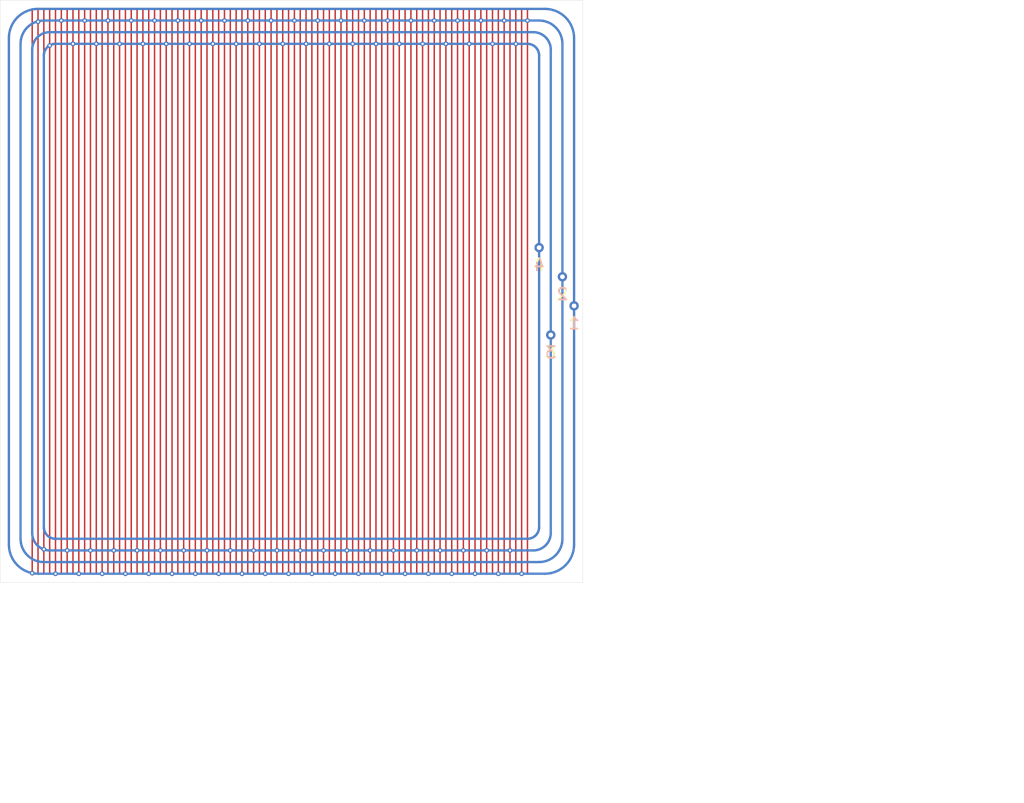
<source format=kicad_pcb>
(kicad_pcb (version 20171130) (host pcbnew "(5.1.9)-1")

  (general
    (thickness 1.6)
    (drawings 13)
    (tracks 461)
    (zones 0)
    (modules 0)
    (nets 1)
  )

  (page A4)
  (layers
    (0 F.Cu signal)
    (31 B.Cu signal)
    (32 B.Adhes user)
    (33 F.Adhes user)
    (34 B.Paste user)
    (35 F.Paste user)
    (36 B.SilkS user)
    (37 F.SilkS user)
    (38 B.Mask user)
    (39 F.Mask user)
    (40 Dwgs.User user)
    (41 Cmts.User user)
    (42 Eco1.User user)
    (43 Eco2.User user)
    (44 Edge.Cuts user)
    (45 Margin user)
    (46 B.CrtYd user)
    (47 F.CrtYd user)
    (48 B.Fab user)
    (49 F.Fab user)
  )

  (setup
    (last_trace_width 0.25)
    (user_trace_width 0.4)
    (trace_clearance 0.2)
    (zone_clearance 0.508)
    (zone_45_only no)
    (trace_min 0.2)
    (via_size 0.8)
    (via_drill 0.4)
    (via_min_size 0.4)
    (via_min_drill 0.3)
    (user_via 1.6 0.8)
    (uvia_size 0.3)
    (uvia_drill 0.1)
    (uvias_allowed no)
    (uvia_min_size 0.2)
    (uvia_min_drill 0.1)
    (edge_width 0.05)
    (segment_width 0.2)
    (pcb_text_width 0.3)
    (pcb_text_size 1.5 1.5)
    (mod_edge_width 0.12)
    (mod_text_size 1 1)
    (mod_text_width 0.15)
    (pad_size 1.524 1.524)
    (pad_drill 0.762)
    (pad_to_mask_clearance 0)
    (aux_axis_origin 0 0)
    (visible_elements FFFFFF7F)
    (pcbplotparams
      (layerselection 0x010fc_ffffffff)
      (usegerberextensions false)
      (usegerberattributes true)
      (usegerberadvancedattributes true)
      (creategerberjobfile true)
      (excludeedgelayer true)
      (linewidth 0.100000)
      (plotframeref false)
      (viasonmask false)
      (mode 1)
      (useauxorigin false)
      (hpglpennumber 1)
      (hpglpenspeed 20)
      (hpglpendiameter 15.000000)
      (psnegative false)
      (psa4output false)
      (plotreference true)
      (plotvalue true)
      (plotinvisibletext false)
      (padsonsilk false)
      (subtractmaskfromsilk false)
      (outputformat 1)
      (mirror false)
      (drillshape 1)
      (scaleselection 1)
      (outputdirectory ""))
  )

  (net 0 "")

  (net_class Default "This is the default net class."
    (clearance 0.2)
    (trace_width 0.25)
    (via_dia 0.8)
    (via_drill 0.4)
    (uvia_dia 0.3)
    (uvia_drill 0.1)
  )

  (gr_text 4 (at 180 98) (layer B.SilkS) (tstamp 60751810)
    (effects (font (size 2 2) (thickness 0.3)) (justify mirror))
  )
  (gr_text 3 (at 182 113) (layer B.SilkS) (tstamp 60751810)
    (effects (font (size 2 2) (thickness 0.3)) (justify mirror))
  )
  (gr_text 2 (at 184 103) (layer B.SilkS) (tstamp 6075180D)
    (effects (font (size 2 2) (thickness 0.3)) (justify mirror))
  )
  (gr_text 4 (at 180 98) (layer F.SilkS) (tstamp 607517F1)
    (effects (font (size 2 2) (thickness 0.3)))
  )
  (gr_text 2 (at 184 103) (layer F.SilkS) (tstamp 607517F1)
    (effects (font (size 2 2) (thickness 0.3)))
  )
  (gr_text 3 (at 182 113) (layer F.SilkS) (tstamp 607517F1)
    (effects (font (size 2 2) (thickness 0.3)))
  )
  (gr_text 1 (at 186 108) (layer B.SilkS) (tstamp 607517F1)
    (effects (font (size 2 2) (thickness 0.3)) (justify mirror))
  )
  (gr_text 1 (at 186 108) (layer F.SilkS)
    (effects (font (size 2 2) (thickness 0.3)))
  )
  (gr_text "FINAL 2 layer Test Board: 100x100, 86 electrodes, .4 drill/.8 drill vias, .25 electrodes / .4 power" (at 225 189.5) (layer Dwgs.User)
    (effects (font (size 1 1) (thickness 0.15)))
  )
  (gr_line (start 87.5 52.5) (end 187.5 52.5) (layer Edge.Cuts) (width 0.05) (tstamp 607505D6))
  (gr_line (start 187.5 52.5) (end 187.5 152.5) (layer Edge.Cuts) (width 0.05))
  (gr_line (start 87.5 152.5) (end 187.5 152.5) (layer Edge.Cuts) (width 0.05))
  (gr_line (start 87.5 52.5) (end 87.5 152.5) (layer Edge.Cuts) (width 0.05))

  (segment (start 95 62) (end 95.00963 61.803965) (width 0.4) (layer B.Cu) (net 0))
  (segment (start 95.00963 61.803965) (end 95.038429 61.609819) (width 0.4) (layer B.Cu) (net 0))
  (segment (start 95.038429 61.609819) (end 95.086119 61.41943) (width 0.4) (layer B.Cu) (net 0))
  (segment (start 95.086119 61.41943) (end 95.15224 61.234633) (width 0.4) (layer B.Cu) (net 0))
  (segment (start 95.15224 61.234633) (end 95.236157 61.057206) (width 0.4) (layer B.Cu) (net 0))
  (segment (start 95.236157 61.057206) (end 95.33706 60.888859) (width 0.4) (layer B.Cu) (net 0))
  (segment (start 95.33706 60.888859) (end 95.453979 60.731213) (width 0.4) (layer B.Cu) (net 0))
  (segment (start 95.453979 60.731213) (end 95.585786 60.585786) (width 0.4) (layer B.Cu) (net 0))
  (segment (start 95.585786 60.585786) (end 95.731213 60.453979) (width 0.4) (layer B.Cu) (net 0))
  (segment (start 95.731213 60.453979) (end 95.888859 60.33706) (width 0.4) (layer B.Cu) (net 0))
  (segment (start 95.888859 60.33706) (end 96.057206 60.236157) (width 0.4) (layer B.Cu) (net 0))
  (segment (start 96.057206 60.236157) (end 96.234633 60.15224) (width 0.4) (layer B.Cu) (net 0))
  (segment (start 96.234633 60.15224) (end 96.41943 60.086119) (width 0.4) (layer B.Cu) (net 0))
  (segment (start 96.41943 60.086119) (end 96.609819 60.038429) (width 0.4) (layer B.Cu) (net 0))
  (segment (start 96.609819 60.038429) (end 96.803965 60.00963) (width 0.4) (layer B.Cu) (net 0))
  (segment (start 96.803965 60.00963) (end 97 60) (width 0.4) (layer B.Cu) (net 0))
  (segment (start 93 61) (end 93.014445 60.705948) (width 0.4) (layer B.Cu) (net 0))
  (segment (start 93.014445 60.705948) (end 93.057644 60.414729) (width 0.4) (layer B.Cu) (net 0))
  (segment (start 93.057644 60.414729) (end 93.129178 60.129145) (width 0.4) (layer B.Cu) (net 0))
  (segment (start 93.129178 60.129145) (end 93.228361 59.851949) (width 0.4) (layer B.Cu) (net 0))
  (segment (start 93.228361 59.851949) (end 93.354236 59.585809) (width 0.4) (layer B.Cu) (net 0))
  (segment (start 93.354236 59.585809) (end 93.505591 59.333289) (width 0.4) (layer B.Cu) (net 0))
  (segment (start 93.505591 59.333289) (end 93.680968 59.09682) (width 0.4) (layer B.Cu) (net 0))
  (segment (start 93.680968 59.09682) (end 93.878679 58.878679) (width 0.4) (layer B.Cu) (net 0))
  (segment (start 93.878679 58.878679) (end 94.09682 58.680968) (width 0.4) (layer B.Cu) (net 0))
  (segment (start 94.09682 58.680968) (end 94.333289 58.505591) (width 0.4) (layer B.Cu) (net 0))
  (segment (start 94.333289 58.505591) (end 94.585809 58.354236) (width 0.4) (layer B.Cu) (net 0))
  (segment (start 94.585809 58.354236) (end 94.851949 58.228361) (width 0.4) (layer B.Cu) (net 0))
  (segment (start 94.851949 58.228361) (end 95.129145 58.129178) (width 0.4) (layer B.Cu) (net 0))
  (segment (start 95.129145 58.129178) (end 95.414729 58.057644) (width 0.4) (layer B.Cu) (net 0))
  (segment (start 95.414729 58.057644) (end 95.705948 58.014445) (width 0.4) (layer B.Cu) (net 0))
  (segment (start 95.705948 58.014445) (end 96 58) (width 0.4) (layer B.Cu) (net 0))
  (segment (start 91 60) (end 91.019261 59.607931) (width 0.4) (layer B.Cu) (net 0))
  (segment (start 91.019261 59.607931) (end 91.076858 59.219638) (width 0.4) (layer B.Cu) (net 0))
  (segment (start 91.076858 59.219638) (end 91.172238 58.838861) (width 0.4) (layer B.Cu) (net 0))
  (segment (start 91.172238 58.838861) (end 91.304481 58.469266) (width 0.4) (layer B.Cu) (net 0))
  (segment (start 91.304481 58.469266) (end 91.472314 58.114413) (width 0.4) (layer B.Cu) (net 0))
  (segment (start 91.472314 58.114413) (end 91.674121 57.777719) (width 0.4) (layer B.Cu) (net 0))
  (segment (start 91.674121 57.777719) (end 91.907958 57.462426) (width 0.4) (layer B.Cu) (net 0))
  (segment (start 91.907958 57.462426) (end 92.171572 57.171572) (width 0.4) (layer B.Cu) (net 0))
  (segment (start 92.171572 57.171572) (end 92.462426 56.907958) (width 0.4) (layer B.Cu) (net 0))
  (segment (start 92.462426 56.907958) (end 92.777719 56.674121) (width 0.4) (layer B.Cu) (net 0))
  (segment (start 92.777719 56.674121) (end 93.114413 56.472314) (width 0.4) (layer B.Cu) (net 0))
  (segment (start 93.114413 56.472314) (end 93.469266 56.304481) (width 0.4) (layer B.Cu) (net 0))
  (segment (start 93.469266 56.304481) (end 93.838861 56.172238) (width 0.4) (layer B.Cu) (net 0))
  (segment (start 93.838861 56.172238) (end 94.219638 56.076858) (width 0.4) (layer B.Cu) (net 0))
  (segment (start 94.219638 56.076858) (end 94.607931 56.019261) (width 0.4) (layer B.Cu) (net 0))
  (segment (start 94.607931 56.019261) (end 95 56) (width 0.4) (layer B.Cu) (net 0))
  (segment (start 89 59) (end 89.024076 58.509914) (width 0.4) (layer B.Cu) (net 0))
  (segment (start 89.024076 58.509914) (end 89.096073 58.024548) (width 0.4) (layer B.Cu) (net 0))
  (segment (start 89.096073 58.024548) (end 89.215298 57.548576) (width 0.4) (layer B.Cu) (net 0))
  (segment (start 89.215298 57.548576) (end 89.380602 57.086582) (width 0.4) (layer B.Cu) (net 0))
  (segment (start 89.380602 57.086582) (end 89.590393 56.643016) (width 0.4) (layer B.Cu) (net 0))
  (segment (start 89.590393 56.643016) (end 89.842651 56.222148) (width 0.4) (layer B.Cu) (net 0))
  (segment (start 89.842651 56.222148) (end 90.134947 55.828033) (width 0.4) (layer B.Cu) (net 0))
  (segment (start 90.134947 55.828033) (end 90.464466 55.464466) (width 0.4) (layer B.Cu) (net 0))
  (segment (start 90.464466 55.464466) (end 90.828033 55.134947) (width 0.4) (layer B.Cu) (net 0))
  (segment (start 90.828033 55.134947) (end 91.222148 54.842651) (width 0.4) (layer B.Cu) (net 0))
  (segment (start 91.222148 54.842651) (end 91.643016 54.590393) (width 0.4) (layer B.Cu) (net 0))
  (segment (start 91.643016 54.590393) (end 92.086582 54.380602) (width 0.4) (layer B.Cu) (net 0))
  (segment (start 92.086582 54.380602) (end 92.548576 54.215298) (width 0.4) (layer B.Cu) (net 0))
  (segment (start 92.548576 54.215298) (end 93.024548 54.096073) (width 0.4) (layer B.Cu) (net 0))
  (segment (start 93.024548 54.096073) (end 93.509914 54.024076) (width 0.4) (layer B.Cu) (net 0))
  (segment (start 93.509914 54.024076) (end 94 54) (width 0.4) (layer B.Cu) (net 0))
  (segment (start 97 145) (end 96.803965 144.990369) (width 0.4) (layer B.Cu) (net 0))
  (segment (start 96.803965 144.990369) (end 96.609819 144.96157) (width 0.4) (layer B.Cu) (net 0))
  (segment (start 96.609819 144.96157) (end 96.41943 144.91388) (width 0.4) (layer B.Cu) (net 0))
  (segment (start 96.41943 144.91388) (end 96.234633 144.847759) (width 0.4) (layer B.Cu) (net 0))
  (segment (start 96.234633 144.847759) (end 96.057206 144.763842) (width 0.4) (layer B.Cu) (net 0))
  (segment (start 96.057206 144.763842) (end 95.888859 144.662939) (width 0.4) (layer B.Cu) (net 0))
  (segment (start 95.888859 144.662939) (end 95.731213 144.54602) (width 0.4) (layer B.Cu) (net 0))
  (segment (start 95.731213 144.54602) (end 95.585786 144.414213) (width 0.4) (layer B.Cu) (net 0))
  (segment (start 95.585786 144.414213) (end 95.453979 144.268786) (width 0.4) (layer B.Cu) (net 0))
  (segment (start 95.453979 144.268786) (end 95.33706 144.11114) (width 0.4) (layer B.Cu) (net 0))
  (segment (start 95.33706 144.11114) (end 95.236157 143.942793) (width 0.4) (layer B.Cu) (net 0))
  (segment (start 95.236157 143.942793) (end 95.15224 143.765366) (width 0.4) (layer B.Cu) (net 0))
  (segment (start 95.15224 143.765366) (end 95.086119 143.580569) (width 0.4) (layer B.Cu) (net 0))
  (segment (start 95.086119 143.580569) (end 95.038429 143.39018) (width 0.4) (layer B.Cu) (net 0))
  (segment (start 95.038429 143.39018) (end 95.00963 143.196034) (width 0.4) (layer B.Cu) (net 0))
  (segment (start 95.00963 143.196034) (end 95 143) (width 0.4) (layer B.Cu) (net 0))
  (segment (start 95 143) (end 95 62) (width 0.4) (layer B.Cu) (net 0))
  (segment (start 96 147) (end 95.705948 146.985554) (width 0.4) (layer B.Cu) (net 0))
  (segment (start 95.705948 146.985554) (end 95.414729 146.942355) (width 0.4) (layer B.Cu) (net 0))
  (segment (start 95.414729 146.942355) (end 95.129145 146.870821) (width 0.4) (layer B.Cu) (net 0))
  (segment (start 95.129145 146.870821) (end 94.851949 146.771638) (width 0.4) (layer B.Cu) (net 0))
  (segment (start 94.851949 146.771638) (end 94.585809 146.645763) (width 0.4) (layer B.Cu) (net 0))
  (segment (start 94.585809 146.645763) (end 94.333289 146.494408) (width 0.4) (layer B.Cu) (net 0))
  (segment (start 94.333289 146.494408) (end 94.09682 146.319031) (width 0.4) (layer B.Cu) (net 0))
  (segment (start 94.09682 146.319031) (end 93.878679 146.12132) (width 0.4) (layer B.Cu) (net 0))
  (segment (start 93.878679 146.12132) (end 93.680968 145.903179) (width 0.4) (layer B.Cu) (net 0))
  (segment (start 93.680968 145.903179) (end 93.505591 145.66671) (width 0.4) (layer B.Cu) (net 0))
  (segment (start 93.505591 145.66671) (end 93.354236 145.41419) (width 0.4) (layer B.Cu) (net 0))
  (segment (start 93.354236 145.41419) (end 93.228361 145.14805) (width 0.4) (layer B.Cu) (net 0))
  (segment (start 93.228361 145.14805) (end 93.129178 144.870854) (width 0.4) (layer B.Cu) (net 0))
  (segment (start 93.129178 144.870854) (end 93.057644 144.58527) (width 0.4) (layer B.Cu) (net 0))
  (segment (start 93.057644 144.58527) (end 93.014445 144.294051) (width 0.4) (layer B.Cu) (net 0))
  (segment (start 93.014445 144.294051) (end 93 144) (width 0.4) (layer B.Cu) (net 0))
  (segment (start 93 144) (end 93 61) (width 0.4) (layer B.Cu) (net 0))
  (segment (start 95 149) (end 94.607931 148.980738) (width 0.4) (layer B.Cu) (net 0))
  (segment (start 94.607931 148.980738) (end 94.219638 148.923141) (width 0.4) (layer B.Cu) (net 0))
  (segment (start 94.219638 148.923141) (end 93.838861 148.827761) (width 0.4) (layer B.Cu) (net 0))
  (segment (start 93.838861 148.827761) (end 93.469266 148.695518) (width 0.4) (layer B.Cu) (net 0))
  (segment (start 93.469266 148.695518) (end 93.114413 148.527685) (width 0.4) (layer B.Cu) (net 0))
  (segment (start 93.114413 148.527685) (end 92.777719 148.325878) (width 0.4) (layer B.Cu) (net 0))
  (segment (start 92.777719 148.325878) (end 92.462426 148.092041) (width 0.4) (layer B.Cu) (net 0))
  (segment (start 92.462426 148.092041) (end 92.171572 147.828427) (width 0.4) (layer B.Cu) (net 0))
  (segment (start 92.171572 147.828427) (end 91.907958 147.537573) (width 0.4) (layer B.Cu) (net 0))
  (segment (start 91.907958 147.537573) (end 91.674121 147.22228) (width 0.4) (layer B.Cu) (net 0))
  (segment (start 91.674121 147.22228) (end 91.472314 146.885586) (width 0.4) (layer B.Cu) (net 0))
  (segment (start 91.472314 146.885586) (end 91.304481 146.530733) (width 0.4) (layer B.Cu) (net 0))
  (segment (start 91.304481 146.530733) (end 91.172238 146.161138) (width 0.4) (layer B.Cu) (net 0))
  (segment (start 91.172238 146.161138) (end 91.076858 145.780361) (width 0.4) (layer B.Cu) (net 0))
  (segment (start 91.076858 145.780361) (end 91.019261 145.392068) (width 0.4) (layer B.Cu) (net 0))
  (segment (start 91.019261 145.392068) (end 91 145) (width 0.4) (layer B.Cu) (net 0))
  (segment (start 91 145) (end 91 60) (width 0.4) (layer B.Cu) (net 0))
  (segment (start 94 151) (end 93.509914 150.975923) (width 0.4) (layer B.Cu) (net 0))
  (segment (start 93.509914 150.975923) (end 93.024548 150.903926) (width 0.4) (layer B.Cu) (net 0))
  (segment (start 93.024548 150.903926) (end 92.548576 150.784701) (width 0.4) (layer B.Cu) (net 0))
  (segment (start 92.548576 150.784701) (end 92.086582 150.619397) (width 0.4) (layer B.Cu) (net 0))
  (segment (start 92.086582 150.619397) (end 91.643016 150.409606) (width 0.4) (layer B.Cu) (net 0))
  (segment (start 91.643016 150.409606) (end 91.222148 150.157348) (width 0.4) (layer B.Cu) (net 0))
  (segment (start 91.222148 150.157348) (end 90.828033 149.865052) (width 0.4) (layer B.Cu) (net 0))
  (segment (start 90.828033 149.865052) (end 90.464466 149.535533) (width 0.4) (layer B.Cu) (net 0))
  (segment (start 90.464466 149.535533) (end 90.134947 149.171966) (width 0.4) (layer B.Cu) (net 0))
  (segment (start 90.134947 149.171966) (end 89.842651 148.777851) (width 0.4) (layer B.Cu) (net 0))
  (segment (start 89.842651 148.777851) (end 89.590393 148.356983) (width 0.4) (layer B.Cu) (net 0))
  (segment (start 89.590393 148.356983) (end 89.380602 147.913417) (width 0.4) (layer B.Cu) (net 0))
  (segment (start 89.380602 147.913417) (end 89.215298 147.451423) (width 0.4) (layer B.Cu) (net 0))
  (segment (start 89.215298 147.451423) (end 89.096073 146.975451) (width 0.4) (layer B.Cu) (net 0))
  (segment (start 89.096073 146.975451) (end 89.024076 146.490085) (width 0.4) (layer B.Cu) (net 0))
  (segment (start 89.024076 146.490085) (end 89 146) (width 0.4) (layer B.Cu) (net 0))
  (segment (start 89 146) (end 89 59) (width 0.4) (layer B.Cu) (net 0))
  (segment (start 186 146) (end 185.975923 146.490085) (width 0.4) (layer B.Cu) (net 0))
  (segment (start 185.975923 146.490085) (end 185.903926 146.975451) (width 0.4) (layer B.Cu) (net 0))
  (segment (start 185.903926 146.975451) (end 185.784701 147.451423) (width 0.4) (layer B.Cu) (net 0))
  (segment (start 185.784701 147.451423) (end 185.619397 147.913417) (width 0.4) (layer B.Cu) (net 0))
  (segment (start 185.619397 147.913417) (end 185.409606 148.356983) (width 0.4) (layer B.Cu) (net 0))
  (segment (start 185.409606 148.356983) (end 185.157348 148.777851) (width 0.4) (layer B.Cu) (net 0))
  (segment (start 185.157348 148.777851) (end 184.865052 149.171966) (width 0.4) (layer B.Cu) (net 0))
  (segment (start 184.865052 149.171966) (end 184.535533 149.535533) (width 0.4) (layer B.Cu) (net 0))
  (segment (start 184.535533 149.535533) (end 184.171966 149.865052) (width 0.4) (layer B.Cu) (net 0))
  (segment (start 184.171966 149.865052) (end 183.777851 150.157348) (width 0.4) (layer B.Cu) (net 0))
  (segment (start 183.777851 150.157348) (end 183.356983 150.409606) (width 0.4) (layer B.Cu) (net 0))
  (segment (start 183.356983 150.409606) (end 182.913417 150.619397) (width 0.4) (layer B.Cu) (net 0))
  (segment (start 182.913417 150.619397) (end 182.451423 150.784701) (width 0.4) (layer B.Cu) (net 0))
  (segment (start 182.451423 150.784701) (end 181.975451 150.903926) (width 0.4) (layer B.Cu) (net 0))
  (segment (start 181.975451 150.903926) (end 181.490085 150.975923) (width 0.4) (layer B.Cu) (net 0))
  (segment (start 181.490085 150.975923) (end 181 151) (width 0.4) (layer B.Cu) (net 0))
  (segment (start 181 151) (end 94 151) (width 0.4) (layer B.Cu) (net 0))
  (segment (start 184 145) (end 183.980738 145.392068) (width 0.4) (layer B.Cu) (net 0))
  (segment (start 183.980738 145.392068) (end 183.923141 145.780361) (width 0.4) (layer B.Cu) (net 0))
  (segment (start 183.923141 145.780361) (end 183.827761 146.161138) (width 0.4) (layer B.Cu) (net 0))
  (segment (start 183.827761 146.161138) (end 183.695518 146.530733) (width 0.4) (layer B.Cu) (net 0))
  (segment (start 183.695518 146.530733) (end 183.527685 146.885586) (width 0.4) (layer B.Cu) (net 0))
  (segment (start 183.527685 146.885586) (end 183.325878 147.22228) (width 0.4) (layer B.Cu) (net 0))
  (segment (start 183.325878 147.22228) (end 183.092041 147.537573) (width 0.4) (layer B.Cu) (net 0))
  (segment (start 183.092041 147.537573) (end 182.828427 147.828427) (width 0.4) (layer B.Cu) (net 0))
  (segment (start 182.828427 147.828427) (end 182.537573 148.092041) (width 0.4) (layer B.Cu) (net 0))
  (segment (start 182.537573 148.092041) (end 182.22228 148.325878) (width 0.4) (layer B.Cu) (net 0))
  (segment (start 182.22228 148.325878) (end 181.885586 148.527685) (width 0.4) (layer B.Cu) (net 0))
  (segment (start 181.885586 148.527685) (end 181.530733 148.695518) (width 0.4) (layer B.Cu) (net 0))
  (segment (start 181.530733 148.695518) (end 181.161138 148.827761) (width 0.4) (layer B.Cu) (net 0))
  (segment (start 181.161138 148.827761) (end 180.780361 148.923141) (width 0.4) (layer B.Cu) (net 0))
  (segment (start 180.780361 148.923141) (end 180.392068 148.980738) (width 0.4) (layer B.Cu) (net 0))
  (segment (start 180.392068 148.980738) (end 180 149) (width 0.4) (layer B.Cu) (net 0))
  (segment (start 180 149) (end 95 149) (width 0.4) (layer B.Cu) (net 0))
  (segment (start 179 147) (end 96 147) (width 0.4) (layer B.Cu) (net 0))
  (segment (start 179 147) (end 179.294051 146.985554) (width 0.4) (layer B.Cu) (net 0))
  (segment (start 179.294051 146.985554) (end 179.58527 146.942355) (width 0.4) (layer B.Cu) (net 0))
  (segment (start 179.58527 146.942355) (end 179.870854 146.870821) (width 0.4) (layer B.Cu) (net 0))
  (segment (start 179.870854 146.870821) (end 180.14805 146.771638) (width 0.4) (layer B.Cu) (net 0))
  (segment (start 180.14805 146.771638) (end 180.41419 146.645763) (width 0.4) (layer B.Cu) (net 0))
  (segment (start 180.41419 146.645763) (end 180.66671 146.494408) (width 0.4) (layer B.Cu) (net 0))
  (segment (start 180.66671 146.494408) (end 180.903179 146.319031) (width 0.4) (layer B.Cu) (net 0))
  (segment (start 180.903179 146.319031) (end 181.12132 146.12132) (width 0.4) (layer B.Cu) (net 0))
  (segment (start 181.12132 146.12132) (end 181.319031 145.903179) (width 0.4) (layer B.Cu) (net 0))
  (segment (start 181.319031 145.903179) (end 181.494408 145.66671) (width 0.4) (layer B.Cu) (net 0))
  (segment (start 181.494408 145.66671) (end 181.645763 145.41419) (width 0.4) (layer B.Cu) (net 0))
  (segment (start 181.645763 145.41419) (end 181.771638 145.14805) (width 0.4) (layer B.Cu) (net 0))
  (segment (start 181.771638 145.14805) (end 181.870821 144.870854) (width 0.4) (layer B.Cu) (net 0))
  (segment (start 181.870821 144.870854) (end 181.942355 144.58527) (width 0.4) (layer B.Cu) (net 0))
  (segment (start 181.942355 144.58527) (end 181.985554 144.294051) (width 0.4) (layer B.Cu) (net 0))
  (segment (start 181.985554 144.294051) (end 182 144) (width 0.4) (layer B.Cu) (net 0))
  (segment (start 180 143) (end 179.990369 143.196034) (width 0.4) (layer B.Cu) (net 0))
  (segment (start 179.990369 143.196034) (end 179.96157 143.39018) (width 0.4) (layer B.Cu) (net 0))
  (segment (start 179.96157 143.39018) (end 179.91388 143.580569) (width 0.4) (layer B.Cu) (net 0))
  (segment (start 179.91388 143.580569) (end 179.847759 143.765366) (width 0.4) (layer B.Cu) (net 0))
  (segment (start 179.847759 143.765366) (end 179.763842 143.942793) (width 0.4) (layer B.Cu) (net 0))
  (segment (start 179.763842 143.942793) (end 179.662939 144.11114) (width 0.4) (layer B.Cu) (net 0))
  (segment (start 179.662939 144.11114) (end 179.54602 144.268786) (width 0.4) (layer B.Cu) (net 0))
  (segment (start 179.54602 144.268786) (end 179.414213 144.414213) (width 0.4) (layer B.Cu) (net 0))
  (segment (start 179.414213 144.414213) (end 179.268786 144.54602) (width 0.4) (layer B.Cu) (net 0))
  (segment (start 179.268786 144.54602) (end 179.11114 144.662939) (width 0.4) (layer B.Cu) (net 0))
  (segment (start 179.11114 144.662939) (end 178.942793 144.763842) (width 0.4) (layer B.Cu) (net 0))
  (segment (start 178.942793 144.763842) (end 178.765366 144.847759) (width 0.4) (layer B.Cu) (net 0))
  (segment (start 178.765366 144.847759) (end 178.580569 144.91388) (width 0.4) (layer B.Cu) (net 0))
  (segment (start 178.580569 144.91388) (end 178.39018 144.96157) (width 0.4) (layer B.Cu) (net 0))
  (segment (start 178.39018 144.96157) (end 178.196034 144.990369) (width 0.4) (layer B.Cu) (net 0))
  (segment (start 178.196034 144.990369) (end 178 145) (width 0.4) (layer B.Cu) (net 0))
  (segment (start 178 145) (end 97 145) (width 0.4) (layer B.Cu) (net 0))
  (segment (start 178 60) (end 97 60) (width 0.4) (layer B.Cu) (net 0))
  (segment (start 178 60) (end 178.196034 60.00963) (width 0.4) (layer B.Cu) (net 0))
  (segment (start 178.196034 60.00963) (end 178.39018 60.038429) (width 0.4) (layer B.Cu) (net 0))
  (segment (start 178.39018 60.038429) (end 178.580569 60.086119) (width 0.4) (layer B.Cu) (net 0))
  (segment (start 178.580569 60.086119) (end 178.765366 60.15224) (width 0.4) (layer B.Cu) (net 0))
  (segment (start 178.765366 60.15224) (end 178.942793 60.236157) (width 0.4) (layer B.Cu) (net 0))
  (segment (start 178.942793 60.236157) (end 179.11114 60.33706) (width 0.4) (layer B.Cu) (net 0))
  (segment (start 179.11114 60.33706) (end 179.268786 60.453979) (width 0.4) (layer B.Cu) (net 0))
  (segment (start 179.268786 60.453979) (end 179.414213 60.585786) (width 0.4) (layer B.Cu) (net 0))
  (segment (start 179.414213 60.585786) (end 179.54602 60.731213) (width 0.4) (layer B.Cu) (net 0))
  (segment (start 179.54602 60.731213) (end 179.662939 60.888859) (width 0.4) (layer B.Cu) (net 0))
  (segment (start 179.662939 60.888859) (end 179.763842 61.057206) (width 0.4) (layer B.Cu) (net 0))
  (segment (start 179.763842 61.057206) (end 179.847759 61.234633) (width 0.4) (layer B.Cu) (net 0))
  (segment (start 179.847759 61.234633) (end 179.91388 61.41943) (width 0.4) (layer B.Cu) (net 0))
  (segment (start 179.91388 61.41943) (end 179.96157 61.609819) (width 0.4) (layer B.Cu) (net 0))
  (segment (start 179.96157 61.609819) (end 179.990369 61.803965) (width 0.4) (layer B.Cu) (net 0))
  (segment (start 179.990369 61.803965) (end 180 62) (width 0.4) (layer B.Cu) (net 0))
  (segment (start 180 62) (end 180 95) (width 0.4) (layer B.Cu) (net 0))
  (segment (start 179 58) (end 96 58) (width 0.4) (layer B.Cu) (net 0))
  (segment (start 179 58) (end 179.294051 58.014445) (width 0.4) (layer B.Cu) (net 0))
  (segment (start 179.294051 58.014445) (end 179.58527 58.057644) (width 0.4) (layer B.Cu) (net 0))
  (segment (start 179.58527 58.057644) (end 179.870854 58.129178) (width 0.4) (layer B.Cu) (net 0))
  (segment (start 179.870854 58.129178) (end 180.14805 58.228361) (width 0.4) (layer B.Cu) (net 0))
  (segment (start 180.14805 58.228361) (end 180.41419 58.354236) (width 0.4) (layer B.Cu) (net 0))
  (segment (start 180.41419 58.354236) (end 180.66671 58.505591) (width 0.4) (layer B.Cu) (net 0))
  (segment (start 180.66671 58.505591) (end 180.903179 58.680968) (width 0.4) (layer B.Cu) (net 0))
  (segment (start 180.903179 58.680968) (end 181.12132 58.878679) (width 0.4) (layer B.Cu) (net 0))
  (segment (start 181.12132 58.878679) (end 181.319031 59.09682) (width 0.4) (layer B.Cu) (net 0))
  (segment (start 181.319031 59.09682) (end 181.494408 59.333289) (width 0.4) (layer B.Cu) (net 0))
  (segment (start 181.494408 59.333289) (end 181.645763 59.585809) (width 0.4) (layer B.Cu) (net 0))
  (segment (start 181.645763 59.585809) (end 181.771638 59.851949) (width 0.4) (layer B.Cu) (net 0))
  (segment (start 181.771638 59.851949) (end 181.870821 60.129145) (width 0.4) (layer B.Cu) (net 0))
  (segment (start 181.870821 60.129145) (end 181.942355 60.414729) (width 0.4) (layer B.Cu) (net 0))
  (segment (start 181.942355 60.414729) (end 181.985554 60.705948) (width 0.4) (layer B.Cu) (net 0))
  (segment (start 181.985554 60.705948) (end 182 61) (width 0.4) (layer B.Cu) (net 0))
  (segment (start 182 61) (end 182 110) (width 0.4) (layer B.Cu) (net 0))
  (segment (start 180 56) (end 95 56) (width 0.4) (layer B.Cu) (net 0))
  (segment (start 180 56) (end 180.392068 56.019261) (width 0.4) (layer B.Cu) (net 0))
  (segment (start 180.392068 56.019261) (end 180.780361 56.076858) (width 0.4) (layer B.Cu) (net 0))
  (segment (start 180.780361 56.076858) (end 181.161138 56.172238) (width 0.4) (layer B.Cu) (net 0))
  (segment (start 181.161138 56.172238) (end 181.530733 56.304481) (width 0.4) (layer B.Cu) (net 0))
  (segment (start 181.530733 56.304481) (end 181.885586 56.472314) (width 0.4) (layer B.Cu) (net 0))
  (segment (start 181.885586 56.472314) (end 182.22228 56.674121) (width 0.4) (layer B.Cu) (net 0))
  (segment (start 182.22228 56.674121) (end 182.537573 56.907958) (width 0.4) (layer B.Cu) (net 0))
  (segment (start 182.537573 56.907958) (end 182.828427 57.171572) (width 0.4) (layer B.Cu) (net 0))
  (segment (start 182.828427 57.171572) (end 183.092041 57.462426) (width 0.4) (layer B.Cu) (net 0))
  (segment (start 183.092041 57.462426) (end 183.325878 57.777719) (width 0.4) (layer B.Cu) (net 0))
  (segment (start 183.325878 57.777719) (end 183.527685 58.114413) (width 0.4) (layer B.Cu) (net 0))
  (segment (start 183.527685 58.114413) (end 183.695518 58.469266) (width 0.4) (layer B.Cu) (net 0))
  (segment (start 183.695518 58.469266) (end 183.827761 58.838861) (width 0.4) (layer B.Cu) (net 0))
  (segment (start 183.827761 58.838861) (end 183.923141 59.219638) (width 0.4) (layer B.Cu) (net 0))
  (segment (start 183.923141 59.219638) (end 183.980738 59.607931) (width 0.4) (layer B.Cu) (net 0))
  (segment (start 183.980738 59.607931) (end 184 60) (width 0.4) (layer B.Cu) (net 0))
  (segment (start 184 60) (end 184 100) (width 0.4) (layer B.Cu) (net 0))
  (segment (start 181 54) (end 94 54) (width 0.4) (layer B.Cu) (net 0))
  (segment (start 181 54) (end 181.490085 54.024076) (width 0.4) (layer B.Cu) (net 0))
  (segment (start 181.490085 54.024076) (end 181.975451 54.096073) (width 0.4) (layer B.Cu) (net 0))
  (segment (start 181.975451 54.096073) (end 182.451423 54.215298) (width 0.4) (layer B.Cu) (net 0))
  (segment (start 182.451423 54.215298) (end 182.913417 54.380602) (width 0.4) (layer B.Cu) (net 0))
  (segment (start 182.913417 54.380602) (end 183.356983 54.590393) (width 0.4) (layer B.Cu) (net 0))
  (segment (start 183.356983 54.590393) (end 183.777851 54.842651) (width 0.4) (layer B.Cu) (net 0))
  (segment (start 183.777851 54.842651) (end 184.171966 55.134947) (width 0.4) (layer B.Cu) (net 0))
  (segment (start 184.171966 55.134947) (end 184.535533 55.464466) (width 0.4) (layer B.Cu) (net 0))
  (segment (start 184.535533 55.464466) (end 184.865052 55.828033) (width 0.4) (layer B.Cu) (net 0))
  (segment (start 184.865052 55.828033) (end 185.157348 56.222148) (width 0.4) (layer B.Cu) (net 0))
  (segment (start 185.157348 56.222148) (end 185.409606 56.643016) (width 0.4) (layer B.Cu) (net 0))
  (segment (start 185.409606 56.643016) (end 185.619397 57.086582) (width 0.4) (layer B.Cu) (net 0))
  (segment (start 185.619397 57.086582) (end 185.784701 57.548576) (width 0.4) (layer B.Cu) (net 0))
  (segment (start 185.784701 57.548576) (end 185.903926 58.024548) (width 0.4) (layer B.Cu) (net 0))
  (segment (start 185.903926 58.024548) (end 185.975923 58.509914) (width 0.4) (layer B.Cu) (net 0))
  (segment (start 185.975923 58.509914) (end 186 59) (width 0.4) (layer B.Cu) (net 0))
  (segment (start 186 59) (end 186 105) (width 0.4) (layer B.Cu) (net 0))
  (segment (start 93 54) (end 93 151) (width 0.25) (layer F.Cu) (net 0))
  (segment (start 94 54) (end 94 56) (width 0.25) (layer F.Cu) (net 0) (tstamp 6075146E))
  (segment (start 95 54) (end 95 147) (width 0.25) (layer F.Cu) (net 0) (tstamp 60751470))
  (segment (start 96 54) (end 96 58) (width 0.25) (layer F.Cu) (net 0) (tstamp 60751472))
  (segment (start 97 54) (end 97 151) (width 0.25) (layer F.Cu) (net 0) (tstamp 60751474))
  (segment (start 98 54) (end 98 56) (width 0.25) (layer F.Cu) (net 0) (tstamp 60751476))
  (segment (start 99 54) (end 99 147) (width 0.25) (layer F.Cu) (net 0) (tstamp 60751478))
  (segment (start 100 54) (end 100 60) (width 0.25) (layer F.Cu) (net 0) (tstamp 6075147A))
  (segment (start 101 54) (end 101 151) (width 0.25) (layer F.Cu) (net 0) (tstamp 6075147C))
  (segment (start 102 54) (end 102 151) (width 0.25) (layer F.Cu) (net 0) (tstamp 6075147E))
  (segment (start 103 54) (end 103 151) (width 0.25) (layer F.Cu) (net 0) (tstamp 60751480))
  (segment (start 104 54) (end 104 151) (width 0.25) (layer F.Cu) (net 0) (tstamp 60751482))
  (segment (start 105 54) (end 105 151) (width 0.25) (layer F.Cu) (net 0) (tstamp 60751484))
  (segment (start 106 54) (end 106 151) (width 0.25) (layer F.Cu) (net 0) (tstamp 60751486))
  (segment (start 107 54) (end 107 151) (width 0.25) (layer F.Cu) (net 0) (tstamp 60751488))
  (segment (start 108 54) (end 108 151) (width 0.25) (layer F.Cu) (net 0) (tstamp 6075148A))
  (segment (start 109 54) (end 109 151) (width 0.25) (layer F.Cu) (net 0) (tstamp 6075148C))
  (segment (start 110 54) (end 110 151) (width 0.25) (layer F.Cu) (net 0) (tstamp 6075148E))
  (segment (start 111 54) (end 111 151) (width 0.25) (layer F.Cu) (net 0) (tstamp 60751490))
  (segment (start 112 54) (end 112 151) (width 0.25) (layer F.Cu) (net 0) (tstamp 60751492))
  (segment (start 113 54) (end 113 151) (width 0.25) (layer F.Cu) (net 0) (tstamp 60751494))
  (segment (start 114 54) (end 114 151) (width 0.25) (layer F.Cu) (net 0) (tstamp 60751496))
  (segment (start 115 54) (end 115 151) (width 0.25) (layer F.Cu) (net 0) (tstamp 60751498))
  (segment (start 116 54) (end 116 151) (width 0.25) (layer F.Cu) (net 0) (tstamp 6075149A))
  (segment (start 117 54) (end 117 151) (width 0.25) (layer F.Cu) (net 0) (tstamp 6075149C))
  (segment (start 118 54) (end 118 151) (width 0.25) (layer F.Cu) (net 0) (tstamp 6075149E))
  (segment (start 119 54) (end 119 151) (width 0.25) (layer F.Cu) (net 0) (tstamp 607514A0))
  (segment (start 120 54) (end 120 151) (width 0.25) (layer F.Cu) (net 0) (tstamp 607514A2))
  (segment (start 121 54) (end 121 151) (width 0.25) (layer F.Cu) (net 0) (tstamp 607514A4))
  (segment (start 122 54) (end 122 151) (width 0.25) (layer F.Cu) (net 0) (tstamp 607514A6))
  (segment (start 123 54) (end 123 151) (width 0.25) (layer F.Cu) (net 0) (tstamp 607514A8))
  (segment (start 124 54) (end 124 151) (width 0.25) (layer F.Cu) (net 0) (tstamp 607514AA))
  (segment (start 125 54) (end 125 151) (width 0.25) (layer F.Cu) (net 0) (tstamp 607514AC))
  (segment (start 126 54) (end 126 151) (width 0.25) (layer F.Cu) (net 0) (tstamp 607514AE))
  (segment (start 127 54) (end 127 151) (width 0.25) (layer F.Cu) (net 0) (tstamp 607514B0))
  (segment (start 128 54) (end 128 151) (width 0.25) (layer F.Cu) (net 0) (tstamp 607514B2))
  (segment (start 129 54) (end 129 151) (width 0.25) (layer F.Cu) (net 0) (tstamp 607514B4))
  (segment (start 130 54) (end 130 151) (width 0.25) (layer F.Cu) (net 0) (tstamp 607514B6))
  (segment (start 131 54) (end 131 151) (width 0.25) (layer F.Cu) (net 0) (tstamp 607514B8))
  (segment (start 132 54) (end 132 151) (width 0.25) (layer F.Cu) (net 0) (tstamp 607514BA))
  (segment (start 133 54) (end 133 151) (width 0.25) (layer F.Cu) (net 0) (tstamp 607514BC))
  (segment (start 134 54) (end 134 151) (width 0.25) (layer F.Cu) (net 0) (tstamp 607514BE))
  (segment (start 135 54) (end 135 151) (width 0.25) (layer F.Cu) (net 0) (tstamp 607514C0))
  (segment (start 136 54) (end 136 151) (width 0.25) (layer F.Cu) (net 0) (tstamp 607514C2))
  (segment (start 137 54) (end 137 151) (width 0.25) (layer F.Cu) (net 0) (tstamp 607514C4))
  (segment (start 138 54) (end 138 151) (width 0.25) (layer F.Cu) (net 0) (tstamp 607514C6))
  (segment (start 139 54) (end 139 151) (width 0.25) (layer F.Cu) (net 0) (tstamp 607514C8))
  (segment (start 140 54) (end 140 151) (width 0.25) (layer F.Cu) (net 0) (tstamp 607514CA))
  (segment (start 141 54) (end 141 151) (width 0.25) (layer F.Cu) (net 0) (tstamp 607514CC))
  (segment (start 142 54) (end 142 151) (width 0.25) (layer F.Cu) (net 0) (tstamp 607514CE))
  (segment (start 143 54) (end 143 151) (width 0.25) (layer F.Cu) (net 0) (tstamp 607514D0))
  (segment (start 144 54) (end 144 151) (width 0.25) (layer F.Cu) (net 0) (tstamp 607514D2))
  (segment (start 145 54) (end 145 151) (width 0.25) (layer F.Cu) (net 0) (tstamp 607514D4))
  (segment (start 146 54) (end 146 151) (width 0.25) (layer F.Cu) (net 0) (tstamp 607514D6))
  (segment (start 147 54) (end 147 151) (width 0.25) (layer F.Cu) (net 0) (tstamp 607514D8))
  (segment (start 148 54) (end 148 151) (width 0.25) (layer F.Cu) (net 0) (tstamp 607514DA))
  (segment (start 149 54) (end 149 151) (width 0.25) (layer F.Cu) (net 0) (tstamp 607514DC))
  (segment (start 150 54) (end 150 151) (width 0.25) (layer F.Cu) (net 0) (tstamp 607514DE))
  (segment (start 151 54) (end 151 151) (width 0.25) (layer F.Cu) (net 0) (tstamp 607514E0))
  (segment (start 152 54) (end 152 151) (width 0.25) (layer F.Cu) (net 0) (tstamp 607514E2))
  (segment (start 153 54) (end 153 151) (width 0.25) (layer F.Cu) (net 0) (tstamp 607514E4))
  (segment (start 154 54) (end 154 151) (width 0.25) (layer F.Cu) (net 0) (tstamp 607514E6))
  (segment (start 155 54) (end 155 151) (width 0.25) (layer F.Cu) (net 0) (tstamp 607514E8))
  (segment (start 156 54) (end 156 151) (width 0.25) (layer F.Cu) (net 0) (tstamp 607514EA))
  (segment (start 157 54) (end 157 151) (width 0.25) (layer F.Cu) (net 0) (tstamp 607514EC))
  (segment (start 158 54) (end 158 151) (width 0.25) (layer F.Cu) (net 0) (tstamp 607514EE))
  (segment (start 159 54) (end 159 151) (width 0.25) (layer F.Cu) (net 0) (tstamp 607514F0))
  (segment (start 160 54) (end 160 151) (width 0.25) (layer F.Cu) (net 0) (tstamp 607514F2))
  (segment (start 161 54) (end 161 151) (width 0.25) (layer F.Cu) (net 0) (tstamp 607514F4))
  (segment (start 162 54) (end 162 151) (width 0.25) (layer F.Cu) (net 0) (tstamp 607514F6))
  (segment (start 163 54) (end 163 151) (width 0.25) (layer F.Cu) (net 0) (tstamp 607514F8))
  (segment (start 164 54) (end 164 151) (width 0.25) (layer F.Cu) (net 0) (tstamp 607514FA))
  (segment (start 165 54) (end 165 151) (width 0.25) (layer F.Cu) (net 0) (tstamp 607514FC))
  (segment (start 166 54) (end 166 151) (width 0.25) (layer F.Cu) (net 0) (tstamp 607514FE))
  (segment (start 167 54) (end 167 151) (width 0.25) (layer F.Cu) (net 0) (tstamp 60751500))
  (segment (start 168 54) (end 168 151) (width 0.25) (layer F.Cu) (net 0) (tstamp 60751502))
  (segment (start 169 54) (end 169 151) (width 0.25) (layer F.Cu) (net 0) (tstamp 60751504))
  (segment (start 170 54) (end 170 151) (width 0.25) (layer F.Cu) (net 0) (tstamp 60751506))
  (segment (start 171 54) (end 171 151) (width 0.25) (layer F.Cu) (net 0) (tstamp 60751508))
  (segment (start 172 54) (end 172 151) (width 0.25) (layer F.Cu) (net 0) (tstamp 6075150A))
  (segment (start 173 54) (end 173 151) (width 0.25) (layer F.Cu) (net 0) (tstamp 6075150C))
  (segment (start 174 54) (end 174 151) (width 0.25) (layer F.Cu) (net 0) (tstamp 6075150E))
  (segment (start 175 54) (end 175 151) (width 0.25) (layer F.Cu) (net 0) (tstamp 60751510))
  (segment (start 176 54) (end 176 151) (width 0.25) (layer F.Cu) (net 0) (tstamp 60751512))
  (segment (start 177 54) (end 177 151) (width 0.25) (layer F.Cu) (net 0) (tstamp 60751514))
  (segment (start 178 54) (end 178 151) (width 0.25) (layer F.Cu) (net 0) (tstamp 60751516))
  (segment (start 93 151) (end 93 151) (width 0.25) (layer F.Cu) (net 0) (tstamp 6075151D))
  (via (at 93 150.9) (size 0.8) (drill 0.4) (layers F.Cu B.Cu) (net 0))
  (segment (start 95 147) (end 95 151) (width 0.25) (layer F.Cu) (net 0) (tstamp 6075151F))
  (via (at 95 146.8) (size 0.8) (drill 0.4) (layers F.Cu B.Cu) (net 0))
  (segment (start 97 151) (end 97 151) (width 0.25) (layer F.Cu) (net 0) (tstamp 60751521))
  (via (at 97 151) (size 0.8) (drill 0.4) (layers F.Cu B.Cu) (net 0))
  (segment (start 99 147) (end 99 151) (width 0.25) (layer F.Cu) (net 0) (tstamp 60751523))
  (via (at 99 147) (size 0.8) (drill 0.4) (layers F.Cu B.Cu) (net 0))
  (via (at 101 151) (size 0.8) (drill 0.4) (layers F.Cu B.Cu) (net 0) (tstamp 60751556))
  (via (at 105 151) (size 0.8) (drill 0.4) (layers F.Cu B.Cu) (net 0) (tstamp 60751558))
  (via (at 109 151) (size 0.8) (drill 0.4) (layers F.Cu B.Cu) (net 0) (tstamp 6075155A))
  (via (at 113 151) (size 0.8) (drill 0.4) (layers F.Cu B.Cu) (net 0) (tstamp 6075155C))
  (via (at 117 151) (size 0.8) (drill 0.4) (layers F.Cu B.Cu) (net 0) (tstamp 6075155E))
  (via (at 121 151) (size 0.8) (drill 0.4) (layers F.Cu B.Cu) (net 0) (tstamp 60751560))
  (via (at 125 151) (size 0.8) (drill 0.4) (layers F.Cu B.Cu) (net 0) (tstamp 60751562))
  (via (at 129 151) (size 0.8) (drill 0.4) (layers F.Cu B.Cu) (net 0) (tstamp 60751564))
  (via (at 133 151) (size 0.8) (drill 0.4) (layers F.Cu B.Cu) (net 0) (tstamp 60751566))
  (via (at 137 151) (size 0.8) (drill 0.4) (layers F.Cu B.Cu) (net 0) (tstamp 60751568))
  (via (at 141 151) (size 0.8) (drill 0.4) (layers F.Cu B.Cu) (net 0) (tstamp 6075156A))
  (via (at 145 151) (size 0.8) (drill 0.4) (layers F.Cu B.Cu) (net 0) (tstamp 6075156C))
  (via (at 149 151) (size 0.8) (drill 0.4) (layers F.Cu B.Cu) (net 0) (tstamp 6075156E))
  (via (at 153 151) (size 0.8) (drill 0.4) (layers F.Cu B.Cu) (net 0) (tstamp 60751570))
  (via (at 157 151) (size 0.8) (drill 0.4) (layers F.Cu B.Cu) (net 0) (tstamp 60751572))
  (via (at 161 151) (size 0.8) (drill 0.4) (layers F.Cu B.Cu) (net 0) (tstamp 60751574))
  (via (at 165 151) (size 0.8) (drill 0.4) (layers F.Cu B.Cu) (net 0) (tstamp 60751576))
  (via (at 169 151) (size 0.8) (drill 0.4) (layers F.Cu B.Cu) (net 0) (tstamp 60751578))
  (via (at 173 151) (size 0.8) (drill 0.4) (layers F.Cu B.Cu) (net 0) (tstamp 6075157A))
  (via (at 177 151) (size 0.8) (drill 0.4) (layers F.Cu B.Cu) (net 0) (tstamp 6075157C))
  (via (at 103 147) (size 0.8) (drill 0.4) (layers F.Cu B.Cu) (net 0) (tstamp 60751584))
  (via (at 107 147) (size 0.8) (drill 0.4) (layers F.Cu B.Cu) (net 0) (tstamp 60751586))
  (via (at 111 147) (size 0.8) (drill 0.4) (layers F.Cu B.Cu) (net 0) (tstamp 60751588))
  (via (at 115 147) (size 0.8) (drill 0.4) (layers F.Cu B.Cu) (net 0) (tstamp 6075158A))
  (via (at 119 147) (size 0.8) (drill 0.4) (layers F.Cu B.Cu) (net 0) (tstamp 6075158C))
  (via (at 123 147) (size 0.8) (drill 0.4) (layers F.Cu B.Cu) (net 0) (tstamp 6075158E))
  (via (at 127 147) (size 0.8) (drill 0.4) (layers F.Cu B.Cu) (net 0) (tstamp 60751590))
  (via (at 131 147) (size 0.8) (drill 0.4) (layers F.Cu B.Cu) (net 0) (tstamp 60751592))
  (via (at 135 147) (size 0.8) (drill 0.4) (layers F.Cu B.Cu) (net 0) (tstamp 60751594))
  (via (at 139 147) (size 0.8) (drill 0.4) (layers F.Cu B.Cu) (net 0) (tstamp 60751596))
  (via (at 143 147) (size 0.8) (drill 0.4) (layers F.Cu B.Cu) (net 0) (tstamp 60751598))
  (via (at 147 147) (size 0.8) (drill 0.4) (layers F.Cu B.Cu) (net 0) (tstamp 6075159A))
  (via (at 151 147) (size 0.8) (drill 0.4) (layers F.Cu B.Cu) (net 0) (tstamp 6075159C))
  (via (at 155 147) (size 0.8) (drill 0.4) (layers F.Cu B.Cu) (net 0) (tstamp 6075159E))
  (via (at 159 147) (size 0.8) (drill 0.4) (layers F.Cu B.Cu) (net 0) (tstamp 607515A0))
  (via (at 163 147) (size 0.8) (drill 0.4) (layers F.Cu B.Cu) (net 0) (tstamp 607515A2))
  (via (at 167 147) (size 0.8) (drill 0.4) (layers F.Cu B.Cu) (net 0) (tstamp 607515A4))
  (via (at 171 147) (size 0.8) (drill 0.4) (layers F.Cu B.Cu) (net 0) (tstamp 607515A6))
  (via (at 175 147) (size 0.8) (drill 0.4) (layers F.Cu B.Cu) (net 0) (tstamp 607515A8))
  (segment (start 94 56) (end 94 151) (width 0.25) (layer F.Cu) (net 0) (tstamp 607515AC))
  (via (at 94 56.2) (size 0.8) (drill 0.4) (layers F.Cu B.Cu) (net 0))
  (segment (start 96 58) (end 96 60) (width 0.25) (layer F.Cu) (net 0) (tstamp 607515AE))
  (segment (start 96 60) (end 96 151) (width 0.25) (layer F.Cu) (net 0) (tstamp 607515B0))
  (via (at 96 60.3) (size 0.8) (drill 0.4) (layers F.Cu B.Cu) (net 0))
  (segment (start 98 56) (end 98 151) (width 0.25) (layer F.Cu) (net 0) (tstamp 607515B8))
  (via (at 98 56) (size 0.8) (drill 0.4) (layers F.Cu B.Cu) (net 0))
  (segment (start 100 60) (end 100 151) (width 0.25) (layer F.Cu) (net 0) (tstamp 607515BA))
  (via (at 100 60) (size 0.8) (drill 0.4) (layers F.Cu B.Cu) (net 0))
  (via (at 104 60) (size 0.8) (drill 0.4) (layers F.Cu B.Cu) (net 0) (tstamp 607515BD))
  (via (at 108 60) (size 0.8) (drill 0.4) (layers F.Cu B.Cu) (net 0) (tstamp 607515BF))
  (via (at 112 60) (size 0.8) (drill 0.4) (layers F.Cu B.Cu) (net 0) (tstamp 607515C1))
  (via (at 116 60) (size 0.8) (drill 0.4) (layers F.Cu B.Cu) (net 0) (tstamp 607515C3))
  (via (at 120 60) (size 0.8) (drill 0.4) (layers F.Cu B.Cu) (net 0) (tstamp 607515C5))
  (via (at 124 60) (size 0.8) (drill 0.4) (layers F.Cu B.Cu) (net 0) (tstamp 607515C7))
  (via (at 128 60) (size 0.8) (drill 0.4) (layers F.Cu B.Cu) (net 0) (tstamp 607515C9))
  (via (at 132 60) (size 0.8) (drill 0.4) (layers F.Cu B.Cu) (net 0) (tstamp 607515CB))
  (via (at 136 60) (size 0.8) (drill 0.4) (layers F.Cu B.Cu) (net 0) (tstamp 607515CD))
  (via (at 140 60) (size 0.8) (drill 0.4) (layers F.Cu B.Cu) (net 0) (tstamp 607515CF))
  (via (at 144 60) (size 0.8) (drill 0.4) (layers F.Cu B.Cu) (net 0) (tstamp 607515D1))
  (via (at 148 60) (size 0.8) (drill 0.4) (layers F.Cu B.Cu) (net 0) (tstamp 607515D3))
  (via (at 152 60) (size 0.8) (drill 0.4) (layers F.Cu B.Cu) (net 0) (tstamp 607515D5))
  (via (at 156 60) (size 0.8) (drill 0.4) (layers F.Cu B.Cu) (net 0) (tstamp 607515D7))
  (via (at 160 60) (size 0.8) (drill 0.4) (layers F.Cu B.Cu) (net 0) (tstamp 607515D9))
  (via (at 164 60) (size 0.8) (drill 0.4) (layers F.Cu B.Cu) (net 0) (tstamp 607515DB))
  (via (at 168 60) (size 0.8) (drill 0.4) (layers F.Cu B.Cu) (net 0) (tstamp 607515DD))
  (via (at 172 60) (size 0.8) (drill 0.4) (layers F.Cu B.Cu) (net 0) (tstamp 607515DF))
  (via (at 176 60) (size 0.8) (drill 0.4) (layers F.Cu B.Cu) (net 0) (tstamp 607515E1))
  (via (at 102 56) (size 0.8) (drill 0.4) (layers F.Cu B.Cu) (net 0) (tstamp 607515E5))
  (via (at 106 56) (size 0.8) (drill 0.4) (layers F.Cu B.Cu) (net 0) (tstamp 607515E7))
  (via (at 110 56) (size 0.8) (drill 0.4) (layers F.Cu B.Cu) (net 0) (tstamp 607515E9))
  (via (at 114 56) (size 0.8) (drill 0.4) (layers F.Cu B.Cu) (net 0) (tstamp 607515EB))
  (via (at 118 56) (size 0.8) (drill 0.4) (layers F.Cu B.Cu) (net 0) (tstamp 607515ED))
  (via (at 122 56) (size 0.8) (drill 0.4) (layers F.Cu B.Cu) (net 0) (tstamp 607515EF))
  (via (at 126 56) (size 0.8) (drill 0.4) (layers F.Cu B.Cu) (net 0) (tstamp 607515F1))
  (via (at 130 56) (size 0.8) (drill 0.4) (layers F.Cu B.Cu) (net 0) (tstamp 607515F3))
  (via (at 134 56) (size 0.8) (drill 0.4) (layers F.Cu B.Cu) (net 0) (tstamp 607515F5))
  (via (at 138 56) (size 0.8) (drill 0.4) (layers F.Cu B.Cu) (net 0) (tstamp 607515F7))
  (via (at 142 56) (size 0.8) (drill 0.4) (layers F.Cu B.Cu) (net 0) (tstamp 607515F9))
  (via (at 146 56) (size 0.8) (drill 0.4) (layers F.Cu B.Cu) (net 0) (tstamp 607515FB))
  (via (at 150 56) (size 0.8) (drill 0.4) (layers F.Cu B.Cu) (net 0) (tstamp 607515FD))
  (via (at 154 56) (size 0.8) (drill 0.4) (layers F.Cu B.Cu) (net 0) (tstamp 607515FF))
  (via (at 158 56) (size 0.8) (drill 0.4) (layers F.Cu B.Cu) (net 0) (tstamp 60751601))
  (via (at 162 56) (size 0.8) (drill 0.4) (layers F.Cu B.Cu) (net 0) (tstamp 60751603))
  (via (at 166 56) (size 0.8) (drill 0.4) (layers F.Cu B.Cu) (net 0) (tstamp 60751605))
  (via (at 170 56) (size 0.8) (drill 0.4) (layers F.Cu B.Cu) (net 0) (tstamp 60751607))
  (via (at 174 56) (size 0.8) (drill 0.4) (layers F.Cu B.Cu) (net 0) (tstamp 60751609))
  (via (at 178 56) (size 0.8) (drill 0.4) (layers F.Cu B.Cu) (net 0) (tstamp 6075160B))
  (segment (start 186 105) (end 186 146) (width 0.4) (layer B.Cu) (net 0) (tstamp 607517E4))
  (via (at 186 105) (size 1.6) (drill 0.8) (layers F.Cu B.Cu) (net 0))
  (segment (start 184 100) (end 184 145) (width 0.4) (layer B.Cu) (net 0) (tstamp 607517E6))
  (via (at 184 100) (size 1.6) (drill 0.8) (layers F.Cu B.Cu) (net 0))
  (segment (start 180 95) (end 180 143) (width 0.4) (layer B.Cu) (net 0) (tstamp 607517E8))
  (via (at 180 95) (size 1.6) (drill 0.8) (layers F.Cu B.Cu) (net 0))
  (segment (start 182 110) (end 182 144) (width 0.4) (layer B.Cu) (net 0) (tstamp 607517EA))
  (via (at 182 110) (size 1.6) (drill 0.8) (layers F.Cu B.Cu) (net 0))

  (zone (net 0) (net_name "") (layer F.Mask) (tstamp 0) (hatch edge 0.508)
    (connect_pads (clearance 0.508))
    (min_thickness 0.254)
    (fill yes (arc_segments 32) (thermal_gap 0.508) (thermal_bridge_width 0.508))
    (polygon
      (pts
        (xy 181 96) (xy 179 96) (xy 179 94) (xy 181 94)
      )
    )
    (filled_polygon
      (pts
        (xy 180.873 95.873) (xy 179.127 95.873) (xy 179.127 94.127) (xy 180.873 94.127)
      )
    )
  )
  (zone (net 0) (net_name "") (layer F.Mask) (tstamp 6075263A) (hatch edge 0.508)
    (connect_pads (clearance 0.508))
    (min_thickness 0.254)
    (fill yes (arc_segments 32) (thermal_gap 0.508) (thermal_bridge_width 0.508))
    (polygon
      (pts
        (xy 185 101) (xy 183 101) (xy 183 99) (xy 185 99)
      )
    )
    (filled_polygon
      (pts
        (xy 184.873 100.873) (xy 183.127 100.873) (xy 183.127 99.127) (xy 184.873 99.127)
      )
    )
  )
  (zone (net 0) (net_name "") (layer F.Mask) (tstamp 6075263A) (hatch edge 0.508)
    (connect_pads (clearance 0.508))
    (min_thickness 0.254)
    (fill yes (arc_segments 32) (thermal_gap 0.508) (thermal_bridge_width 0.508))
    (polygon
      (pts
        (xy 187 106) (xy 185 106) (xy 185 104) (xy 187 104)
      )
    )
    (filled_polygon
      (pts
        (xy 186.873 105.873) (xy 185.127 105.873) (xy 185.127 104.127) (xy 186.873 104.127)
      )
    )
  )
  (zone (net 0) (net_name "") (layer F.Mask) (tstamp 6075263A) (hatch edge 0.508)
    (connect_pads (clearance 0.508))
    (min_thickness 0.254)
    (fill yes (arc_segments 32) (thermal_gap 0.508) (thermal_bridge_width 0.508))
    (polygon
      (pts
        (xy 183 111) (xy 181 111) (xy 181 109) (xy 183 109)
      )
    )
    (filled_polygon
      (pts
        (xy 182.873 110.873) (xy 181.127 110.873) (xy 181.127 109.127) (xy 182.873 109.127)
      )
    )
  )
  (zone (net 0) (net_name "") (layer B.Mask) (tstamp 6075263A) (hatch edge 0.508)
    (connect_pads (clearance 0.508))
    (min_thickness 0.254)
    (fill yes (arc_segments 32) (thermal_gap 0.508) (thermal_bridge_width 0.508))
    (polygon
      (pts
        (xy 181 96) (xy 179 96) (xy 179 94) (xy 181 94)
      )
    )
    (filled_polygon
      (pts
        (xy 180.873 95.873) (xy 179.127 95.873) (xy 179.127 94.127) (xy 180.873 94.127)
      )
    )
  )
  (zone (net 0) (net_name "") (layer B.Mask) (tstamp 6075264F) (hatch edge 0.508)
    (connect_pads (clearance 0.508))
    (min_thickness 0.254)
    (fill yes (arc_segments 32) (thermal_gap 0.508) (thermal_bridge_width 0.508))
    (polygon
      (pts
        (xy 185 101) (xy 183 101) (xy 183 99) (xy 185 99)
      )
    )
    (filled_polygon
      (pts
        (xy 184.873 100.873) (xy 183.127 100.873) (xy 183.127 99.127) (xy 184.873 99.127)
      )
    )
  )
  (zone (net 0) (net_name "") (layer B.Mask) (tstamp 6075264F) (hatch edge 0.508)
    (connect_pads (clearance 0.508))
    (min_thickness 0.254)
    (fill yes (arc_segments 32) (thermal_gap 0.508) (thermal_bridge_width 0.508))
    (polygon
      (pts
        (xy 187 106) (xy 185 106) (xy 185 104) (xy 187 104)
      )
    )
    (filled_polygon
      (pts
        (xy 186.873 105.873) (xy 185.127 105.873) (xy 185.127 104.127) (xy 186.873 104.127)
      )
    )
  )
  (zone (net 0) (net_name "") (layer B.Mask) (tstamp 6075264F) (hatch edge 0.508)
    (connect_pads (clearance 0.508))
    (min_thickness 0.254)
    (fill yes (arc_segments 32) (thermal_gap 0.508) (thermal_bridge_width 0.508))
    (polygon
      (pts
        (xy 183 111) (xy 181 111) (xy 181 109) (xy 183 109)
      )
    )
    (filled_polygon
      (pts
        (xy 182.873 110.873) (xy 181.127 110.873) (xy 181.127 109.127) (xy 182.873 109.127)
      )
    )
  )
)

</source>
